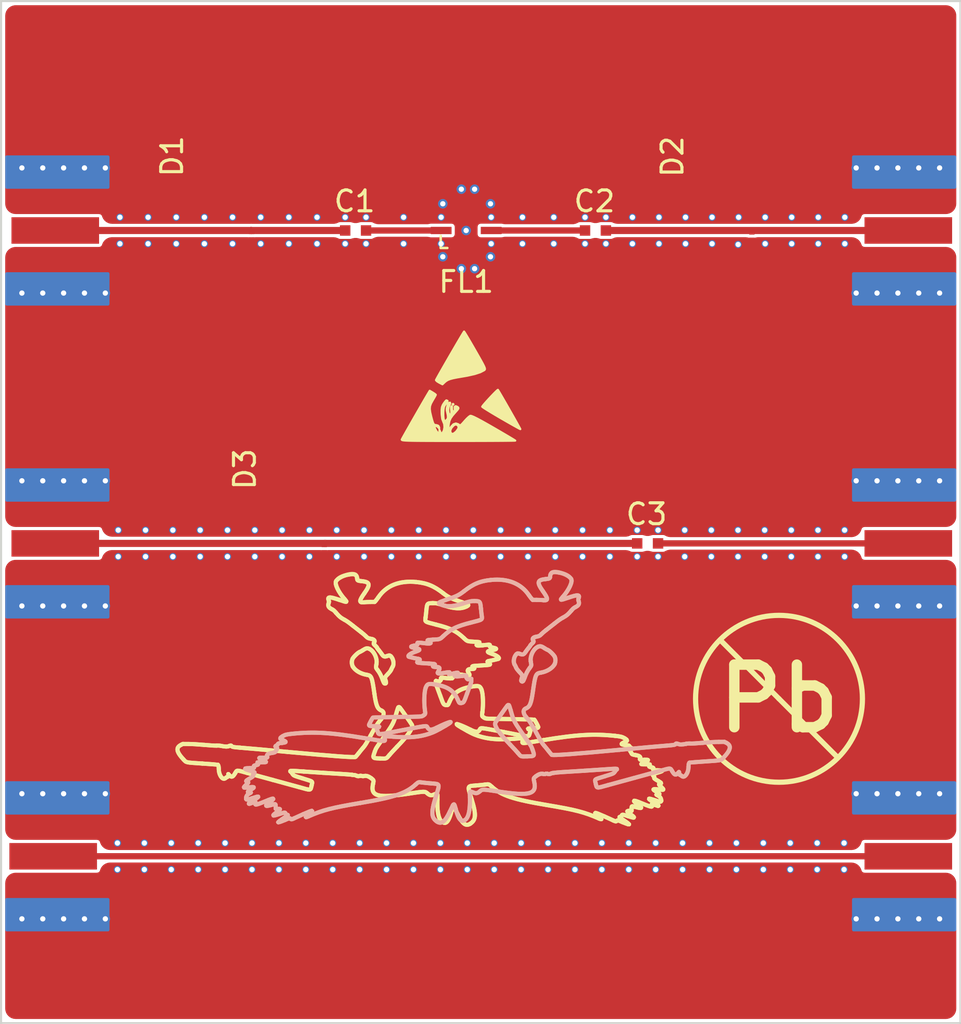
<source format=kicad_pcb>
(kicad_pcb (version 20171130) (host pcbnew "(5.1.8-44-gfd79c7ae46)")
  (title_block (title "SMA Accessories") (date 2020-10-29) (company "Superbaud Labs"))
  (layers (0 F.Cu signal) (1 In1.Cu signal) (2 In2.Cu signal) (31 B.Cu signal) (34 B.Paste user hide) (35 F.Paste user hide) (36 B.SilkS user hide) (37 F.SilkS user hide) (38 B.Mask user hide) (39 F.Mask user hide) (44 Edge.Cuts user))
  (net 0 "")
  (net 1 "Net-(C1-Pad1)")
  (net 2 GND)
  (net 3 "Net-(C2-Pad2)")
  (net 4 "Net-(C1-Pad2)")
  (net 5 "Net-(C2-Pad1)")
  (net 6 "Net-(C3-Pad2)")
  (net 7 "Net-(C3-Pad1)")
  (net 8 "Net-(J5-Pad1)")
  (module feet_prints:GE0805C-2 (layer F.Cu) (at 52.3 35)
    (fp_text reference FL1 (at 0 2.4638) (layer F.SilkS))
    (fp_text value LFCG-1200+)
    (pad 3 smd rect (at 0.65 0.9 180) (size 0.35 1) (layers F.Cu F.Paste F.Mask) (net 2 GND))
    (pad 1 smd rect (at -0.65 0.9 180) (size 0.35 1) (layers F.Cu F.Paste F.Mask) (net 2 GND))
    (pad 7 smd rect (at -0.65 -0.9 180) (size 0.35 1) (layers F.Cu F.Paste F.Mask) (net 2 GND))
    (pad 5 smd rect (at 0.65 -0.9 180) (size 0.35 1) (layers F.Cu F.Paste F.Mask) (net 2 GND))
    (pad 6 smd rect (at 0 -0.9 180) (size 0.35 1) (layers F.Cu F.Paste F.Mask) (net 2 GND))
    (pad 2 smd rect (at 0 0.9 180) (size 0.35 1) (layers F.Cu F.Paste F.Mask) (net 2 GND))
    (pad 4 smd rect (at 1.2 0 90) (size 0.35 1) (layers F.Cu F.Paste F.Mask) (net 3 "Net-(C2-Pad2)"))
    (pad 8 smd rect (at -1.2 0 90) (size 0.35 1) (layers F.Cu F.Paste F.Mask) (net 1 "Net-(C1-Pad1)"))
  )
  (module feet_prints:LOGO_BAD_APPLE (layer B.Cu) (at 54 44 180)
    (fp_text reference REF**)
    (fp_text value LOGO_BAD_APPLE)
  )
  (module feet_prints:LOGO_BAD_APPLE (layer F.Cu) (at 49.4 44.1)
    (fp_text reference REF**)
    (fp_text value LOGO_BAD_APPLE)
  )
  (module azonenberg_syms:LOGO_ESD_SENSITIVE_7MM (layer F.Cu) (at 52.2 42.55)
    (fp_text reference G*** hide)
    (fp_text value LOGO hide)
  )
  (module azonenberg_syms:LOGO_PB_FREE_8MM (layer F.Cu) (at 67.3 57.45)
    (fp_text reference LOGO_PB_FREE_8MM hide)
    (fp_text value VAL** hide)
    (fp_text user Pb (at 0 0) (layer F.SilkS) (effects (font (size 3 3) (thickness 0.5))))
  )
  (module feet_prints:ESD101B102ELSE6327XTSA1 (layer F.Cu) (at 45.5 50.25 270)
    (fp_text reference D3 (at -3.81 3.81 90) (layer F.SilkS))
    (fp_text value ESD101B102ELSE6327XTSA1_INF hide)
    (pad 1 smd rect (at -0.1759 0 270) (size 0.2032 0.254) (layers F.Cu F.Paste F.Mask) (net 6 "Net-(C3-Pad2)"))
    (pad 2 smd rect (at 0.1759 0 270) (size 0.2032 0.254) (layers F.Cu F.Paste F.Mask) (net 2 GND))
  )
  (module feet_prints:ESD101B102ELSE6327XTSA1 (layer F.Cu) (at 66 35.27 270)
    (fp_text reference D2 (at -3.81 3.81 90) (layer F.SilkS))
    (fp_text value ESD101B102ELSE6327XTSA1_INF hide)
    (pad 1 smd rect (at -0.1759 0 270) (size 0.2032 0.254) (layers F.Cu F.Paste F.Mask) (net 5 "Net-(C2-Pad1)"))
    (pad 2 smd rect (at 0.1759 0 270) (size 0.2032 0.254) (layers F.Cu F.Paste F.Mask) (net 2 GND))
  )
  (module feet_prints:ESD101B102ELSE6327XTSA1 (layer F.Cu) (at 42.01 35.25 270)
    (fp_text reference D1 (at -3.81 3.81 90) (layer F.SilkS))
    (fp_text value ESD101B102ELSE6327XTSA1_INF hide)
    (pad 1 smd rect (at -0.1759 0 270) (size 0.2032 0.254) (layers F.Cu F.Paste F.Mask) (net 4 "Net-(C1-Pad2)"))
    (pad 2 smd rect (at 0.1759 0 270) (size 0.2032 0.254) (layers F.Cu F.Paste F.Mask) (net 2 GND))
  )
  (module azonenberg_syms:CONN_SMA_EDGE_SAMTEC_SMA_J_P_H_ST_EM1 (layer F.Cu) (at 30.4 65 270)
    (fp_text reference J6 (at 0 3.1 90) (layer F.SilkS) (effects (font (size 1.5 1.5))))
    (fp_text value CONN_COAXIAL)
    (pad 2 smd rect (at -2.825 -2.35 270) (size 1.35 4.7) (layers F.Cu F.Paste F.Mask) (net 2 GND))
    (pad 2 smd rect (at 2.825 -2.35 270) (size 1.35 4.7) (layers F.Cu F.Paste F.Mask) (net 2 GND))
    (pad 1 smd rect (at 0 -2.1 270) (size 1.27 4.2) (layers F.Cu F.Paste F.Mask) (net 8 "Net-(J5-Pad1)"))
  )
  (module azonenberg_syms:CONN_SMA_EDGE_SAMTEC_SMA_J_P_H_ST_EM1 (layer F.Cu) (at 75.6 65 90)
    (fp_text reference J5 (at 0 3.1 90) (layer F.SilkS) (effects (font (size 1.5 1.5))))
    (fp_text value CONN_COAXIAL)
    (pad 2 smd rect (at -2.825 -2.35 90) (size 1.35 4.7) (layers F.Cu F.Paste F.Mask) (net 2 GND))
    (pad 2 smd rect (at 2.825 -2.35 90) (size 1.35 4.7) (layers F.Cu F.Paste F.Mask) (net 2 GND))
    (pad 1 smd rect (at 0 -2.1 90) (size 1.27 4.2) (layers F.Cu F.Paste F.Mask) (net 8 "Net-(J5-Pad1)"))
  )
  (module azonenberg_syms:CONN_SMA_EDGE_SAMTEC_SMA_J_P_H_ST_EM1 (layer F.Cu) (at 75.6 50 90)
    (fp_text reference J4 (at 0 3.1 90) (layer F.SilkS) (effects (font (size 1.5 1.5))))
    (fp_text value CONN_COAXIAL)
    (pad 2 smd rect (at -2.825 -2.35 90) (size 1.35 4.7) (layers F.Cu F.Paste F.Mask) (net 2 GND))
    (pad 2 smd rect (at 2.825 -2.35 90) (size 1.35 4.7) (layers F.Cu F.Paste F.Mask) (net 2 GND))
    (pad 1 smd rect (at 0 -2.1 90) (size 1.27 4.2) (layers F.Cu F.Paste F.Mask) (net 7 "Net-(C3-Pad1)"))
  )
  (module azonenberg_syms:CONN_SMA_EDGE_SAMTEC_SMA_J_P_H_ST_EM1 (layer F.Cu) (at 30.5 50 270)
    (fp_text reference J3 (at 0 3.1 90) (layer F.SilkS) (effects (font (size 1.5 1.5))))
    (fp_text value CONN_COAXIAL)
    (pad 2 smd rect (at -2.825 -2.35 270) (size 1.35 4.7) (layers F.Cu F.Paste F.Mask) (net 2 GND))
    (pad 2 smd rect (at 2.825 -2.35 270) (size 1.35 4.7) (layers F.Cu F.Paste F.Mask) (net 2 GND))
    (pad 1 smd rect (at 0 -2.1 270) (size 1.27 4.2) (layers F.Cu F.Paste F.Mask) (net 6 "Net-(C3-Pad2)"))
  )
  (module azonenberg_syms:EIA_0402_CAP_NOSILK (layer F.Cu) (at 61 50 180)
    (fp_text reference C3 (at 0.05 1.4) (layer F.SilkS))
    (fp_text value C_Small hide)
    (pad 2 smd rect (at 0.5 0 180) (size 0.5 0.5) (layers F.Cu F.Paste F.Mask) (net 6 "Net-(C3-Pad2)"))
    (pad 1 smd rect (at -0.5 0 180) (size 0.5 0.5) (layers F.Cu F.Paste F.Mask) (net 7 "Net-(C3-Pad1)"))
  )
  (module azonenberg_syms:CONN_SMA_EDGE_SAMTEC_SMA_J_P_H_ST_EM1 (layer F.Cu) (at 75.6 35 90)
    (fp_text reference J2 (at 0 3.1 90) (layer F.SilkS) (effects (font (size 1.5 1.5))))
    (fp_text value CONN_COAXIAL)
    (pad 2 smd rect (at -2.825 -2.35 90) (size 1.35 4.7) (layers F.Cu F.Paste F.Mask) (net 2 GND))
    (pad 2 smd rect (at 2.825 -2.35 90) (size 1.35 4.7) (layers F.Cu F.Paste F.Mask) (net 2 GND))
    (pad 1 smd rect (at 0 -2.1 90) (size 1.27 4.2) (layers F.Cu F.Paste F.Mask) (net 5 "Net-(C2-Pad1)"))
  )
  (module azonenberg_syms:CONN_SMA_EDGE_SAMTEC_SMA_J_P_H_ST_EM1 (layer F.Cu) (at 30.5 35 270)
    (fp_text reference J1 (at 0 3.1 90) (layer F.SilkS) (effects (font (size 1.5 1.5))))
    (fp_text value CONN_COAXIAL)
    (pad 2 smd rect (at -2.825 -2.35 270) (size 1.35 4.7) (layers F.Cu F.Paste F.Mask) (net 2 GND))
    (pad 2 smd rect (at 2.825 -2.35 270) (size 1.35 4.7) (layers F.Cu F.Paste F.Mask) (net 2 GND))
    (pad 1 smd rect (at 0 -2.1 270) (size 1.27 4.2) (layers F.Cu F.Paste F.Mask) (net 4 "Net-(C1-Pad2)"))
  )
  (module azonenberg_syms:EIA_0402_CAP_NOSILK (layer F.Cu) (at 58.5 35 180)
    (fp_text reference C2 (at 0.05 1.4) (layer F.SilkS))
    (fp_text value C_Small hide)
    (pad 2 smd rect (at 0.5 0 180) (size 0.5 0.5) (layers F.Cu F.Paste F.Mask) (net 3 "Net-(C2-Pad2)"))
    (pad 1 smd rect (at -0.5 0 180) (size 0.5 0.5) (layers F.Cu F.Paste F.Mask) (net 5 "Net-(C2-Pad1)"))
  )
  (module azonenberg_syms:EIA_0402_CAP_NOSILK (layer F.Cu) (at 47 35 180)
    (fp_text reference C1 (at 0.05 1.4) (layer F.SilkS))
    (fp_text value C_Small hide)
    (pad 2 smd rect (at 0.5 0 180) (size 0.5 0.5) (layers F.Cu F.Paste F.Mask) (net 4 "Net-(C1-Pad2)"))
    (pad 1 smd rect (at -0.5 0 180) (size 0.5 0.5) (layers F.Cu F.Paste F.Mask) (net 1 "Net-(C1-Pad1)"))
  )
  (gr_line (start 76 24) (end 76 73) (layer Edge.Cuts) (width 0.1))
  (gr_line (start 30 24) (end 76 24) (layer Edge.Cuts) (width 0.1))
  (gr_line (start 30 73) (end 30 24) (layer Edge.Cuts) (width 0.1))
  (gr_line (start 76 73) (end 30 73) (layer Edge.Cuts) (width 0.1))
  (segment (start 51.1 35) (end 47.5 35) (width 0.3) (layer F.Cu) (net 1))
  (via (at 65.34 35.67) (size 0.349758) (drill 0.254) (layers F.Cu B.Cu) (net 2))
  (via (at 34 32) (size 0.4572) (drill 0.254) (layers F.Cu B.Cu) (net 2))
  (via (at 33 32) (size 0.4572) (drill 0.254) (layers F.Cu B.Cu) (net 2))
  (via (at 32 32) (size 0.4572) (drill 0.254) (layers F.Cu B.Cu) (net 2))
  (via (at 31 32) (size 0.4572) (drill 0.254) (layers F.Cu B.Cu) (net 2))
  (via (at 35 38) (size 0.4572) (drill 0.254) (layers F.Cu B.Cu) (net 2))
  (via (at 34 38) (size 0.4572) (drill 0.254) (layers F.Cu B.Cu) (net 2))
  (via (at 33 38) (size 0.4572) (drill 0.254) (layers F.Cu B.Cu) (net 2))
  (via (at 32 38) (size 0.4572) (drill 0.254) (layers F.Cu B.Cu) (net 2))
  (via (at 31 38) (size 0.4572) (drill 0.254) (layers F.Cu B.Cu) (net 2))
  (via (at 34 68) (size 0.4572) (drill 0.254) (layers F.Cu B.Cu) (net 2))
  (via (at 35 68) (size 0.4572) (drill 0.254) (layers F.Cu B.Cu) (net 2))
  (via (at 33 68) (size 0.4572) (drill 0.254) (layers F.Cu B.Cu) (net 2))
  (via (at 32 68) (size 0.4572) (drill 0.254) (layers F.Cu B.Cu) (net 2))
  (via (at 31 68) (size 0.4572) (drill 0.254) (layers F.Cu B.Cu) (net 2))
  (via (at 35 62) (size 0.4572) (drill 0.254) (layers F.Cu B.Cu) (net 2))
  (via (at 34 62) (size 0.4572) (drill 0.254) (layers F.Cu B.Cu) (net 2))
  (via (at 33 62) (size 0.4572) (drill 0.254) (layers F.Cu B.Cu) (net 2))
  (via (at 32 62) (size 0.4572) (drill 0.254) (layers F.Cu B.Cu) (net 2))
  (via (at 31 62) (size 0.4572) (drill 0.254) (layers F.Cu B.Cu) (net 2))
  (via (at 35 53) (size 0.4572) (drill 0.254) (layers F.Cu B.Cu) (net 2))
  (via (at 34 53) (size 0.4572) (drill 0.254) (layers F.Cu B.Cu) (net 2))
  (via (at 33 53) (size 0.4572) (drill 0.254) (layers F.Cu B.Cu) (net 2))
  (via (at 32 53) (size 0.4572) (drill 0.254) (layers F.Cu B.Cu) (net 2))
  (via (at 31 53) (size 0.4572) (drill 0.254) (layers F.Cu B.Cu) (net 2))
  (via (at 31 47) (size 0.4572) (drill 0.254) (layers F.Cu B.Cu) (net 2))
  (via (at 32 47) (size 0.4572) (drill 0.254) (layers F.Cu B.Cu) (net 2))
  (via (at 33 47) (size 0.4572) (drill 0.254) (layers F.Cu B.Cu) (net 2))
  (via (at 34 47) (size 0.4572) (drill 0.254) (layers F.Cu B.Cu) (net 2))
  (via (at 35 47) (size 0.4572) (drill 0.254) (layers F.Cu B.Cu) (net 2))
  (via (at 75 68) (size 0.4572) (drill 0.254) (layers F.Cu B.Cu) (net 2))
  (via (at 74 68) (size 0.4572) (drill 0.254) (layers F.Cu B.Cu) (net 2))
  (via (at 73 68) (size 0.4572) (drill 0.254) (layers F.Cu B.Cu) (net 2))
  (via (at 72 68) (size 0.4572) (drill 0.254) (layers F.Cu B.Cu) (net 2))
  (via (at 71 68) (size 0.4572) (drill 0.254) (layers F.Cu B.Cu) (net 2))
  (via (at 71 62) (size 0.4572) (drill 0.254) (layers F.Cu B.Cu) (net 2))
  (via (at 72 62) (size 0.4572) (drill 0.254) (layers F.Cu B.Cu) (net 2))
  (via (at 73 62) (size 0.4572) (drill 0.254) (layers F.Cu B.Cu) (net 2))
  (via (at 74 62) (size 0.4572) (drill 0.254) (layers F.Cu B.Cu) (net 2))
  (via (at 75 62) (size 0.4572) (drill 0.254) (layers F.Cu B.Cu) (net 2))
  (via (at 71 53) (size 0.4572) (drill 0.254) (layers F.Cu B.Cu) (net 2))
  (via (at 72 53) (size 0.4572) (drill 0.254) (layers F.Cu B.Cu) (net 2))
  (via (at 73 53) (size 0.4572) (drill 0.254) (layers F.Cu B.Cu) (net 2))
  (via (at 74 53) (size 0.4572) (drill 0.254) (layers F.Cu B.Cu) (net 2))
  (via (at 75 53) (size 0.4572) (drill 0.254) (layers F.Cu B.Cu) (net 2))
  (via (at 71 47) (size 0.4572) (drill 0.254) (layers F.Cu B.Cu) (net 2))
  (via (at 72 47) (size 0.4572) (drill 0.254) (layers F.Cu B.Cu) (net 2))
  (via (at 73 47) (size 0.4572) (drill 0.254) (layers F.Cu B.Cu) (net 2))
  (via (at 74 47) (size 0.4572) (drill 0.254) (layers F.Cu B.Cu) (net 2))
  (via (at 75 47) (size 0.4572) (drill 0.254) (layers F.Cu B.Cu) (net 2))
  (via (at 71 38) (size 0.4572) (drill 0.254) (layers F.Cu B.Cu) (net 2))
  (via (at 72 38) (size 0.4572) (drill 0.254) (layers F.Cu B.Cu) (net 2))
  (via (at 73 38) (size 0.4572) (drill 0.254) (layers F.Cu B.Cu) (net 2))
  (via (at 74 38) (size 0.4572) (drill 0.254) (layers F.Cu B.Cu) (net 2))
  (via (at 75 38) (size 0.4572) (drill 0.254) (layers F.Cu B.Cu) (net 2))
  (via (at 71 32) (size 0.4572) (drill 0.254) (layers F.Cu B.Cu) (net 2))
  (via (at 72 32) (size 0.4572) (drill 0.254) (layers F.Cu B.Cu) (net 2))
  (via (at 73 32) (size 0.4572) (drill 0.254) (layers F.Cu B.Cu) (net 2))
  (via (at 74 32) (size 0.4572) (drill 0.254) (layers F.Cu B.Cu) (net 2))
  (via (at 75 32) (size 0.4572) (drill 0.254) (layers F.Cu B.Cu) (net 2))
  (via (at 55 35.635) (size 0.349758) (drill 0.254) (layers F.Cu B.Cu) (net 2))
  (via (at 56.5 35.635) (size 0.349758) (drill 0.254) (layers F.Cu B.Cu) (net 2))
  (via (at 53.5 35.635) (size 0.349758) (drill 0.254) (layers F.Cu B.Cu) (net 2))
  (via (at 58 35.635) (size 0.349758) (drill 0.254) (layers F.Cu B.Cu) (net 2))
  (via (at 56.5 34.365) (size 0.349758) (drill 0.254) (layers F.Cu B.Cu) (net 2))
  (via (at 55 34.365) (size 0.349758) (drill 0.254) (layers F.Cu B.Cu) (net 2))
  (via (at 58 34.365) (size 0.349758) (drill 0.254) (layers F.Cu B.Cu) (net 2))
  (via (at 53.5 34.365) (size 0.349758) (drill 0.254) (layers F.Cu B.Cu) (net 2))
  (via (at 35.619047 50.635) (size 0.349758) (drill 0.254) (layers F.Cu B.Cu) (net 2))
  (via (at 36.928571 50.635) (size 0.349758) (drill 0.254) (layers F.Cu B.Cu) (net 2))
  (via (at 38.238095 50.635) (size 0.349758) (drill 0.254) (layers F.Cu B.Cu) (net 2))
  (via (at 39.547619 50.635) (size 0.349758) (drill 0.254) (layers F.Cu B.Cu) (net 2))
  (via (at 40.857142 50.635) (size 0.349758) (drill 0.254) (layers F.Cu B.Cu) (net 2))
  (via (at 42.166666 50.635) (size 0.349758) (drill 0.254) (layers F.Cu B.Cu) (net 2))
  (via (at 43.47619 50.635) (size 0.349758) (drill 0.254) (layers F.Cu B.Cu) (net 2))
  (via (at 44.785714 50.635) (size 0.349758) (drill 0.254) (layers F.Cu B.Cu) (net 2))
  (via (at 46.095238 50.635) (size 0.349758) (drill 0.254) (layers F.Cu B.Cu) (net 2))
  (via (at 47.404761 50.635) (size 0.349758) (drill 0.254) (layers F.Cu B.Cu) (net 2))
  (via (at 48.714285 50.635) (size 0.349758) (drill 0.254) (layers F.Cu B.Cu) (net 2))
  (via (at 50.023809 50.635) (size 0.349758) (drill 0.254) (layers F.Cu B.Cu) (net 2))
  (via (at 51.333333 50.635) (size 0.349758) (drill 0.254) (layers F.Cu B.Cu) (net 2))
  (via (at 52.642857 50.635) (size 0.349758) (drill 0.254) (layers F.Cu B.Cu) (net 2))
  (via (at 53.95238 50.635) (size 0.349758) (drill 0.254) (layers F.Cu B.Cu) (net 2))
  (via (at 55.261904 50.635) (size 0.349758) (drill 0.254) (layers F.Cu B.Cu) (net 2))
  (via (at 56.571428 50.635) (size 0.349758) (drill 0.254) (layers F.Cu B.Cu) (net 2))
  (via (at 57.880952 50.635) (size 0.349758) (drill 0.254) (layers F.Cu B.Cu) (net 2))
  (via (at 59.190476 50.635) (size 0.349758) (drill 0.254) (layers F.Cu B.Cu) (net 2))
  (via (at 60.5 50.635) (size 0.349758) (drill 0.254) (layers F.Cu B.Cu) (net 2))
  (via (at 59.190476 49.365) (size 0.349758) (drill 0.254) (layers F.Cu B.Cu) (net 2))
  (via (at 57.880952 49.365) (size 0.349758) (drill 0.254) (layers F.Cu B.Cu) (net 2))
  (via (at 56.571428 49.365) (size 0.349758) (drill 0.254) (layers F.Cu B.Cu) (net 2))
  (via (at 55.261904 49.365) (size 0.349758) (drill 0.254) (layers F.Cu B.Cu) (net 2))
  (via (at 53.95238 49.365) (size 0.349758) (drill 0.254) (layers F.Cu B.Cu) (net 2))
  (via (at 52.642857 49.365) (size 0.349758) (drill 0.254) (layers F.Cu B.Cu) (net 2))
  (via (at 51.333333 49.365) (size 0.349758) (drill 0.254) (layers F.Cu B.Cu) (net 2))
  (via (at 50.023809 49.365) (size 0.349758) (drill 0.254) (layers F.Cu B.Cu) (net 2))
  (via (at 48.714285 49.365) (size 0.349758) (drill 0.254) (layers F.Cu B.Cu) (net 2))
  (via (at 47.404761 49.365) (size 0.349758) (drill 0.254) (layers F.Cu B.Cu) (net 2))
  (via (at 46.095238 49.365) (size 0.349758) (drill 0.254) (layers F.Cu B.Cu) (net 2))
  (via (at 44.785714 49.365) (size 0.349758) (drill 0.254) (layers F.Cu B.Cu) (net 2))
  (via (at 43.47619 49.365) (size 0.349758) (drill 0.254) (layers F.Cu B.Cu) (net 2))
  (via (at 42.166666 49.365) (size 0.349758) (drill 0.254) (layers F.Cu B.Cu) (net 2))
  (via (at 40.857142 49.365) (size 0.349758) (drill 0.254) (layers F.Cu B.Cu) (net 2))
  (via (at 39.547619 49.365) (size 0.349758) (drill 0.254) (layers F.Cu B.Cu) (net 2))
  (via (at 38.238095 49.365) (size 0.349758) (drill 0.254) (layers F.Cu B.Cu) (net 2))
  (via (at 36.928571 49.365) (size 0.349758) (drill 0.254) (layers F.Cu B.Cu) (net 2))
  (via (at 35.619047 49.365) (size 0.349758) (drill 0.254) (layers F.Cu B.Cu) (net 2))
  (via (at 60.5 49.365) (size 0.349758) (drill 0.254) (layers F.Cu B.Cu) (net 2))
  (via (at 60.272727 35.635) (size 0.349758) (drill 0.254) (layers F.Cu B.Cu) (net 2))
  (via (at 61.545454 35.635) (size 0.349758) (drill 0.254) (layers F.Cu B.Cu) (net 2))
  (via (at 62.818181 35.635) (size 0.349758) (drill 0.254) (layers F.Cu B.Cu) (net 2))
  (via (at 64.090909 35.635) (size 0.349758) (drill 0.254) (layers F.Cu B.Cu) (net 2))
  (via (at 66.636363 35.635) (size 0.349758) (drill 0.254) (layers F.Cu B.Cu) (net 2))
  (via (at 67.90909 35.635) (size 0.349758) (drill 0.254) (layers F.Cu B.Cu) (net 2))
  (via (at 69.181818 35.635) (size 0.349758) (drill 0.254) (layers F.Cu B.Cu) (net 2))
  (via (at 70.454545 35.635) (size 0.349758) (drill 0.254) (layers F.Cu B.Cu) (net 2))
  (via (at 59 35.635) (size 0.349758) (drill 0.254) (layers F.Cu B.Cu) (net 2))
  (via (at 70.454545 34.365) (size 0.349758) (drill 0.254) (layers F.Cu B.Cu) (net 2))
  (via (at 69.181818 34.365) (size 0.349758) (drill 0.254) (layers F.Cu B.Cu) (net 2))
  (via (at 67.90909 34.365) (size 0.349758) (drill 0.254) (layers F.Cu B.Cu) (net 2))
  (via (at 66.636363 34.365) (size 0.349758) (drill 0.254) (layers F.Cu B.Cu) (net 2))
  (via (at 65.363636 34.365) (size 0.349758) (drill 0.254) (layers F.Cu B.Cu) (net 2))
  (via (at 64.090909 34.365) (size 0.349758) (drill 0.254) (layers F.Cu B.Cu) (net 2))
  (via (at 62.818181 34.365) (size 0.349758) (drill 0.254) (layers F.Cu B.Cu) (net 2))
  (via (at 61.545454 34.365) (size 0.349758) (drill 0.254) (layers F.Cu B.Cu) (net 2))
  (via (at 60.272727 34.365) (size 0.349758) (drill 0.254) (layers F.Cu B.Cu) (net 2))
  (via (at 59 34.365) (size 0.349758) (drill 0.254) (layers F.Cu B.Cu) (net 2))
  (via (at 62.777777 50.635) (size 0.349758) (drill 0.254) (layers F.Cu B.Cu) (net 2))
  (via (at 64.055555 50.635) (size 0.349758) (drill 0.254) (layers F.Cu B.Cu) (net 2))
  (via (at 65.333333 50.635) (size 0.349758) (drill 0.254) (layers F.Cu B.Cu) (net 2))
  (via (at 66.611111 50.635) (size 0.349758) (drill 0.254) (layers F.Cu B.Cu) (net 2))
  (via (at 67.888888 50.635) (size 0.349758) (drill 0.254) (layers F.Cu B.Cu) (net 2))
  (via (at 69.166666 50.635) (size 0.349758) (drill 0.254) (layers F.Cu B.Cu) (net 2))
  (via (at 70.444444 50.635) (size 0.349758) (drill 0.254) (layers F.Cu B.Cu) (net 2))
  (via (at 61.5 50.635) (size 0.349758) (drill 0.254) (layers F.Cu B.Cu) (net 2))
  (via (at 70.444444 49.365) (size 0.349758) (drill 0.254) (layers F.Cu B.Cu) (net 2))
  (via (at 69.166666 49.365) (size 0.349758) (drill 0.254) (layers F.Cu B.Cu) (net 2))
  (via (at 67.888888 49.365) (size 0.349758) (drill 0.254) (layers F.Cu B.Cu) (net 2))
  (via (at 66.611111 49.365) (size 0.349758) (drill 0.254) (layers F.Cu B.Cu) (net 2))
  (via (at 65.333333 49.365) (size 0.349758) (drill 0.254) (layers F.Cu B.Cu) (net 2))
  (via (at 64.055555 49.365) (size 0.349758) (drill 0.254) (layers F.Cu B.Cu) (net 2))
  (via (at 62.777777 49.365) (size 0.349758) (drill 0.254) (layers F.Cu B.Cu) (net 2))
  (via (at 61.5 49.365) (size 0.349758) (drill 0.254) (layers F.Cu B.Cu) (net 2))
  (via (at 35.580645 65.635) (size 0.349758) (drill 0.254) (layers F.Cu B.Cu) (net 2))
  (via (at 36.870967 65.635) (size 0.349758) (drill 0.254) (layers F.Cu B.Cu) (net 2))
  (via (at 38.16129 65.635) (size 0.349758) (drill 0.254) (layers F.Cu B.Cu) (net 2))
  (via (at 39.451612 65.635) (size 0.349758) (drill 0.254) (layers F.Cu B.Cu) (net 2))
  (via (at 40.741935 65.635) (size 0.349758) (drill 0.254) (layers F.Cu B.Cu) (net 2))
  (via (at 42.032258 65.635) (size 0.349758) (drill 0.254) (layers F.Cu B.Cu) (net 2))
  (via (at 43.32258 65.635) (size 0.349758) (drill 0.254) (layers F.Cu B.Cu) (net 2))
  (via (at 44.612903 65.635) (size 0.349758) (drill 0.254) (layers F.Cu B.Cu) (net 2))
  (via (at 45.903225 65.635) (size 0.349758) (drill 0.254) (layers F.Cu B.Cu) (net 2))
  (via (at 47.193548 65.635) (size 0.349758) (drill 0.254) (layers F.Cu B.Cu) (net 2))
  (via (at 48.48387 65.635) (size 0.349758) (drill 0.254) (layers F.Cu B.Cu) (net 2))
  (via (at 49.774193 65.635) (size 0.349758) (drill 0.254) (layers F.Cu B.Cu) (net 2))
  (via (at 51.064516 65.635) (size 0.349758) (drill 0.254) (layers F.Cu B.Cu) (net 2))
  (via (at 52.354838 65.635) (size 0.349758) (drill 0.254) (layers F.Cu B.Cu) (net 2))
  (via (at 53.645161 65.635) (size 0.349758) (drill 0.254) (layers F.Cu B.Cu) (net 2))
  (via (at 54.935483 65.635) (size 0.349758) (drill 0.254) (layers F.Cu B.Cu) (net 2))
  (via (at 56.225806 65.635) (size 0.349758) (drill 0.254) (layers F.Cu B.Cu) (net 2))
  (via (at 57.516129 65.635) (size 0.349758) (drill 0.254) (layers F.Cu B.Cu) (net 2))
  (via (at 58.806451 65.635) (size 0.349758) (drill 0.254) (layers F.Cu B.Cu) (net 2))
  (via (at 60.096774 65.635) (size 0.349758) (drill 0.254) (layers F.Cu B.Cu) (net 2))
  (via (at 61.387096 65.635) (size 0.349758) (drill 0.254) (layers F.Cu B.Cu) (net 2))
  (via (at 62.677419 65.635) (size 0.349758) (drill 0.254) (layers F.Cu B.Cu) (net 2))
  (via (at 63.967741 65.635) (size 0.349758) (drill 0.254) (layers F.Cu B.Cu) (net 2))
  (via (at 65.258064 65.635) (size 0.349758) (drill 0.254) (layers F.Cu B.Cu) (net 2))
  (via (at 66.548387 65.635) (size 0.349758) (drill 0.254) (layers F.Cu B.Cu) (net 2))
  (via (at 67.838709 65.635) (size 0.349758) (drill 0.254) (layers F.Cu B.Cu) (net 2))
  (via (at 69.129032 65.635) (size 0.349758) (drill 0.254) (layers F.Cu B.Cu) (net 2))
  (via (at 70.419354 65.635) (size 0.349758) (drill 0.254) (layers F.Cu B.Cu) (net 2))
  (via (at 70.419354 64.365) (size 0.349758) (drill 0.254) (layers F.Cu B.Cu) (net 2))
  (via (at 69.129032 64.365) (size 0.349758) (drill 0.254) (layers F.Cu B.Cu) (net 2))
  (via (at 67.838709 64.365) (size 0.349758) (drill 0.254) (layers F.Cu B.Cu) (net 2))
  (via (at 66.548387 64.365) (size 0.349758) (drill 0.254) (layers F.Cu B.Cu) (net 2))
  (via (at 65.258064 64.365) (size 0.349758) (drill 0.254) (layers F.Cu B.Cu) (net 2))
  (via (at 63.967741 64.365) (size 0.349758) (drill 0.254) (layers F.Cu B.Cu) (net 2))
  (via (at 62.677419 64.365) (size 0.349758) (drill 0.254) (layers F.Cu B.Cu) (net 2))
  (via (at 61.387096 64.365) (size 0.349758) (drill 0.254) (layers F.Cu B.Cu) (net 2))
  (via (at 60.096774 64.365) (size 0.349758) (drill 0.254) (layers F.Cu B.Cu) (net 2))
  (via (at 58.806451 64.365) (size 0.349758) (drill 0.254) (layers F.Cu B.Cu) (net 2))
  (via (at 57.516129 64.365) (size 0.349758) (drill 0.254) (layers F.Cu B.Cu) (net 2))
  (via (at 56.225806 64.365) (size 0.349758) (drill 0.254) (layers F.Cu B.Cu) (net 2))
  (via (at 54.935483 64.365) (size 0.349758) (drill 0.254) (layers F.Cu B.Cu) (net 2))
  (via (at 53.645161 64.365) (size 0.349758) (drill 0.254) (layers F.Cu B.Cu) (net 2))
  (via (at 52.354838 64.365) (size 0.349758) (drill 0.254) (layers F.Cu B.Cu) (net 2))
  (via (at 51.064516 64.365) (size 0.349758) (drill 0.254) (layers F.Cu B.Cu) (net 2))
  (via (at 49.774193 64.365) (size 0.349758) (drill 0.254) (layers F.Cu B.Cu) (net 2))
  (via (at 48.48387 64.365) (size 0.349758) (drill 0.254) (layers F.Cu B.Cu) (net 2))
  (via (at 47.193548 64.365) (size 0.349758) (drill 0.254) (layers F.Cu B.Cu) (net 2))
  (via (at 45.903225 64.365) (size 0.349758) (drill 0.254) (layers F.Cu B.Cu) (net 2))
  (via (at 44.612903 64.365) (size 0.349758) (drill 0.254) (layers F.Cu B.Cu) (net 2))
  (via (at 43.32258 64.365) (size 0.349758) (drill 0.254) (layers F.Cu B.Cu) (net 2))
  (via (at 42.032258 64.365) (size 0.349758) (drill 0.254) (layers F.Cu B.Cu) (net 2))
  (via (at 40.741935 64.365) (size 0.349758) (drill 0.254) (layers F.Cu B.Cu) (net 2))
  (via (at 39.451612 64.365) (size 0.349758) (drill 0.254) (layers F.Cu B.Cu) (net 2))
  (via (at 38.16129 64.365) (size 0.349758) (drill 0.254) (layers F.Cu B.Cu) (net 2))
  (via (at 36.870967 64.365) (size 0.349758) (drill 0.254) (layers F.Cu B.Cu) (net 2))
  (via (at 35.580645 64.365) (size 0.349758) (drill 0.254) (layers F.Cu B.Cu) (net 2))
  (via (at 49.3 35.635) (size 0.349758) (drill 0.254) (layers F.Cu B.Cu) (net 2))
  (via (at 47.5 35.635) (size 0.349758) (drill 0.254) (layers F.Cu B.Cu) (net 2))
  (via (at 51.1 35.635) (size 0.349758) (drill 0.254) (layers F.Cu B.Cu) (net 2))
  (via (at 49.3 34.365) (size 0.349758) (drill 0.254) (layers F.Cu B.Cu) (net 2))
  (via (at 51.1 34.365) (size 0.349758) (drill 0.254) (layers F.Cu B.Cu) (net 2))
  (via (at 47.5 34.365) (size 0.349758) (drill 0.254) (layers F.Cu B.Cu) (net 2))
  (via (at 39.75 35.635) (size 0.349758) (drill 0.254) (layers F.Cu B.Cu) (net 2))
  (via (at 41.1 35.635) (size 0.349758) (drill 0.254) (layers F.Cu B.Cu) (net 2))
  (via (at 42.45 35.635) (size 0.349758) (drill 0.254) (layers F.Cu B.Cu) (net 2))
  (via (at 43.8 35.635) (size 0.349758) (drill 0.254) (layers F.Cu B.Cu) (net 2))
  (via (at 45.15 35.635) (size 0.349758) (drill 0.254) (layers F.Cu B.Cu) (net 2))
  (via (at 46.5 35.635) (size 0.349758) (drill 0.254) (layers F.Cu B.Cu) (net 2))
  (via (at 45.15 34.365) (size 0.349758) (drill 0.254) (layers F.Cu B.Cu) (net 2))
  (via (at 43.8 34.365) (size 0.349758) (drill 0.254) (layers F.Cu B.Cu) (net 2))
  (via (at 42.45 34.365) (size 0.349758) (drill 0.254) (layers F.Cu B.Cu) (net 2))
  (via (at 41.1 34.365) (size 0.349758) (drill 0.254) (layers F.Cu B.Cu) (net 2))
  (via (at 39.75 34.365) (size 0.349758) (drill 0.254) (layers F.Cu B.Cu) (net 2))
  (via (at 46.5 34.365) (size 0.349758) (drill 0.254) (layers F.Cu B.Cu) (net 2))
  (segment (start 75.075 67.825) (end 73.25 67.825) (width 0.127) (layer F.Cu) (net 2))
  (segment (start 74.925 52.825) (end 73.25 52.825) (width 0.127) (layer F.Cu) (net 2))
  (via (at 35 32) (size 0.4572) (drill 0.254) (layers F.Cu B.Cu) (net 2))
  (via (at 37.05 35.635) (size 0.349758) (drill 0.254) (layers F.Cu B.Cu) (net 2))
  (via (at 38.4 35.635) (size 0.349758) (drill 0.254) (layers F.Cu B.Cu) (net 2))
  (via (at 38.4 34.365) (size 0.349758) (drill 0.254) (layers F.Cu B.Cu) (net 2))
  (via (at 37.05 34.365) (size 0.349758) (drill 0.254) (layers F.Cu B.Cu) (net 2))
  (via (at 35.7 34.365) (size 0.349758) (drill 0.254) (layers F.Cu B.Cu) (net 2))
  (via (at 35.7 35.635) (size 0.349758) (drill 0.254) (layers F.Cu B.Cu) (net 2))
  (via (at 52.3 35) (size 0.4572) (drill 0.254) (layers F.Cu B.Cu) (net 2))
  (via (at 52.07 33.02) (size 0.4572) (drill 0.254) (layers F.Cu B.Cu) (net 2))
  (via (at 52.705 33.02) (size 0.4572) (drill 0.254) (layers F.Cu B.Cu) (net 2))
  (via (at 52.705 36.83) (size 0.4572) (drill 0.254) (layers F.Cu B.Cu) (net 2))
  (via (at 52.07 36.83) (size 0.4572) (drill 0.254) (layers F.Cu B.Cu) (net 2))
  (via (at 53.467 36.2585) (size 0.4572) (drill 0.254) (layers F.Cu B.Cu) (net 2))
  (via (at 51.181 36.2585) (size 0.4572) (drill 0.254) (layers F.Cu B.Cu) (net 2))
  (via (at 51.181 33.7185) (size 0.4572) (drill 0.254) (layers F.Cu B.Cu) (net 2))
  (via (at 53.467 33.7185) (size 0.4572) (drill 0.254) (layers F.Cu B.Cu) (net 2))
  (segment (start 58 35) (end 53.5 35) (width 0.3) (layer F.Cu) (net 3))
  (segment (start 42 35.01) (end 41.99 35) (width 0.34036) (layer F.Cu) (net 4))
  (segment (start 41.99 35) (end 32.6 35) (width 0.34036) (layer F.Cu) (net 4))
  (segment (start 46.5 35) (end 41.99 35) (width 0.34036) (layer F.Cu) (net 4))
  (segment (start 73.5 35) (end 59 35) (width 0.34036) (layer F.Cu) (net 5))
  (segment (start 45.54 50) (end 32.6 50) (width 0.34036) (layer F.Cu) (net 6))
  (segment (start 60.5 50) (end 45.54 50) (width 0.34036) (layer F.Cu) (net 6))
  (segment (start 73 50) (end 61.5 50) (width 0.3) (layer F.Cu) (net 7))
  (segment (start 33 65) (end 73 65) (width 0.3) (layer F.Cu) (net 8))
  (zone (net 2) (net_name GND) (layer F.Cu) (connect_pads yes (clearance 0.15)) (min_thickness 1) (fill yes (arc_segments 32) (thermal_gap 3) (thermal_bridge_width 3))
    (polygon (pts (xy 76 73) (xy 30 73) (xy 30 24) (xy 76 24)))
  )
  (zone (net 2) (net_name GND) (layer B.Cu) (connect_pads yes (clearance 0.15)) (min_thickness 0.15) (fill yes (arc_segments 32) (thermal_gap 10) (thermal_bridge_width 10))
    (polygon (pts (xy 76 33) (xy 70.8 33) (xy 70.8 31.4) (xy 76 31.4)))
  )
  (zone (net 2) (net_name GND) (layer B.Cu) (connect_pads yes (clearance 0.15)) (min_thickness 0.15) (fill yes (arc_segments 32) (thermal_gap 10) (thermal_bridge_width 10))
    (polygon (pts (xy 76 38.6) (xy 70.8 38.6) (xy 70.8 37) (xy 76 37)))
  )
  (zone (net 2) (net_name GND) (layer B.Cu) (connect_pads yes (clearance 0.15)) (min_thickness 0.15) (fill yes (arc_segments 32) (thermal_gap 10) (thermal_bridge_width 10))
    (polygon (pts (xy 76 48) (xy 70.8 48) (xy 70.8 46.4) (xy 76 46.4)))
  )
  (zone (net 2) (net_name GND) (layer B.Cu) (connect_pads yes (clearance 0.15)) (min_thickness 0.15) (fill yes (arc_segments 32) (thermal_gap 10) (thermal_bridge_width 10))
    (polygon (pts (xy 76 53.6) (xy 70.8 53.6) (xy 70.8 52) (xy 76 52)))
  )
  (zone (net 2) (net_name GND) (layer B.Cu) (connect_pads yes (clearance 0.15)) (min_thickness 0.15) (fill yes (arc_segments 32) (thermal_gap 10) (thermal_bridge_width 10))
    (polygon (pts (xy 76 63) (xy 70.8 63) (xy 70.8 61.4) (xy 76 61.4)))
  )
  (zone (net 2) (net_name GND) (layer B.Cu) (connect_pads yes (clearance 0.15)) (min_thickness 0.15) (fill yes (arc_segments 32) (thermal_gap 10) (thermal_bridge_width 10))
    (polygon (pts (xy 76 68.6) (xy 70.8 68.6) (xy 70.8 67) (xy 76 67)))
  )
  (zone (net 2) (net_name GND) (layer B.Cu) (connect_pads yes (clearance 0.15)) (min_thickness 0.15) (fill yes (arc_segments 32) (thermal_gap 10) (thermal_bridge_width 10))
    (polygon (pts (xy 35.2 33) (xy 30 33) (xy 30 31.4) (xy 35.2 31.4)))
  )
  (zone (net 2) (net_name GND) (layer B.Cu) (connect_pads yes (clearance 0.15)) (min_thickness 0.15) (fill yes (arc_segments 32) (thermal_gap 10) (thermal_bridge_width 10))
    (polygon (pts (xy 35.2 38.6) (xy 30 38.6) (xy 30 37) (xy 35.2 37)))
  )
  (zone (net 2) (net_name GND) (layer B.Cu) (connect_pads yes (clearance 0.15)) (min_thickness 0.15) (fill yes (arc_segments 32) (thermal_gap 10) (thermal_bridge_width 10))
    (polygon (pts (xy 35.2 48) (xy 30 48) (xy 30 46.4) (xy 35.2 46.4)))
  )
  (zone (net 2) (net_name GND) (layer B.Cu) (connect_pads yes (clearance 0.15)) (min_thickness 0.15) (fill yes (arc_segments 32) (thermal_gap 10) (thermal_bridge_width 10))
    (polygon (pts (xy 35.2 63) (xy 30 63) (xy 30 61.4) (xy 35.2 61.4)))
  )
  (zone (net 2) (net_name GND) (layer B.Cu) (connect_pads yes (clearance 0.15)) (min_thickness 0.15) (fill yes (arc_segments 32) (thermal_gap 10) (thermal_bridge_width 10))
    (polygon (pts (xy 35.2 68.6) (xy 30 68.6) (xy 30 67) (xy 35.2 67)))
  )
  (zone (net 2) (net_name GND) (layer B.Cu) (connect_pads yes (clearance 0.15)) (min_thickness 0.15) (fill yes (arc_segments 32) (thermal_gap 10) (thermal_bridge_width 10))
    (polygon (pts (xy 35.2 53.6) (xy 30 53.6) (xy 30 52) (xy 35.2 52)))
  )
  (zone (net 0) (net_name "") (layers In1.Cu B.Cu) (connect_pads yes (clearance 0.15)) (min_thickness 0.15)
    (keepout (tracks not_allowed) (vias not_allowed) (copperpour not_allowed))
    (fill (arc_segments 32) (thermal_gap 10) (thermal_bridge_width 10))
    (polygon (pts (xy 35.5 51) (xy 30.5 51) (xy 30.5 49) (xy 35.5 49)))
  )
  (zone (net 0) (net_name "") (layers In1.Cu B.Cu) (connect_pads yes (clearance 0.15)) (min_thickness 0.15)
    (keepout (tracks allowed) (vias allowed) (copperpour not_allowed))
    (fill (arc_segments 32) (thermal_gap 10) (thermal_bridge_width 10))
    (polygon (pts (xy 35.5 36) (xy 30.5 36) (xy 30.5 34) (xy 35.5 34)))
  )
)
</source>
